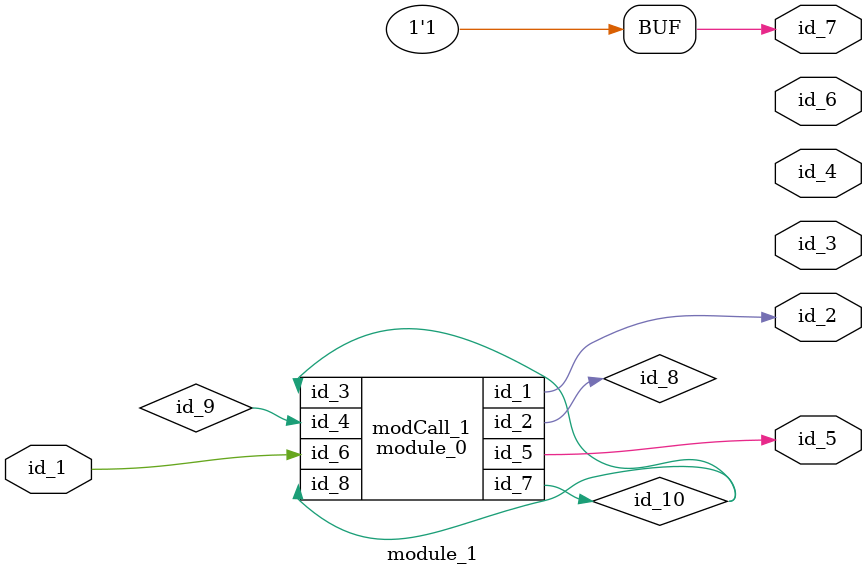
<source format=v>
module module_0 (
    id_1,
    id_2,
    id_3,
    id_4,
    id_5,
    id_6,
    id_7,
    id_8
);
  input wire id_8;
  inout wire id_7;
  input wire id_6;
  output wire id_5;
  input wire id_4;
  input wire id_3;
  inout wire id_2;
  output wire id_1;
  wire id_9, id_10, id_11, id_12;
endmodule
module module_1 (
    id_1,
    id_2,
    id_3,
    id_4,
    id_5,
    id_6,
    id_7
);
  output wire id_7;
  output wire id_6;
  output wire id_5;
  output wire id_4;
  output wire id_3;
  output wire id_2;
  input wire id_1;
  wire id_8, id_9, id_10;
  module_0 modCall_1 (
      id_2,
      id_8,
      id_10,
      id_9,
      id_5,
      id_1,
      id_10,
      id_10
  );
  assign id_7 = -1;
  wire id_11, id_12;
endmodule

</source>
